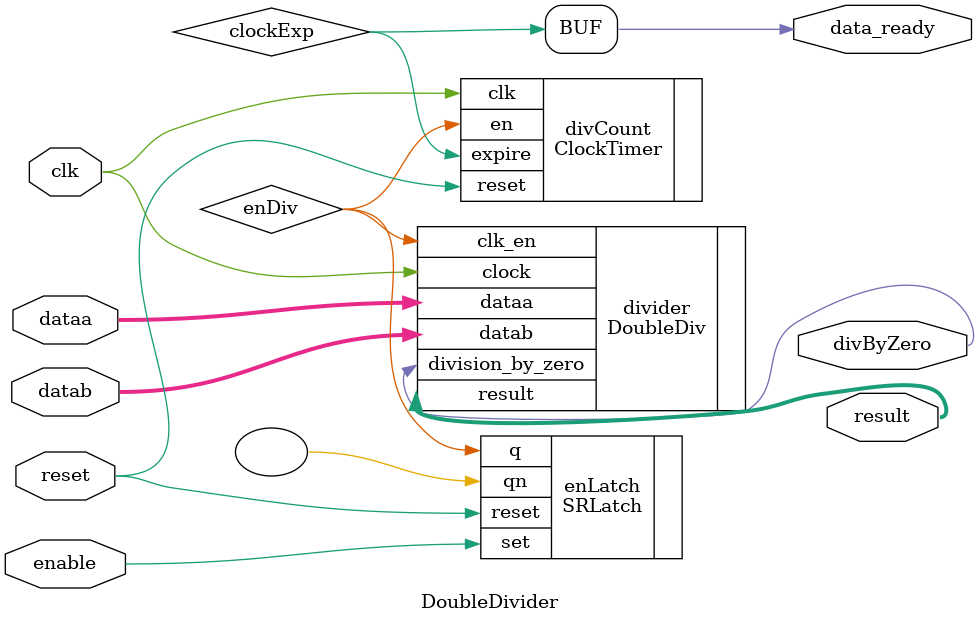
<source format=sv>
/***************************************************
*	File: 		DoubleDivider
*	Author: 		Thomas Snyder
*	Date:			2/5/2020
*	Description:Divider wrapper for altera IP that 
*					adds enable signals and data ready
*					signals to the IP.
*
*	Parameters:
*				None
*	Dependencies:
*				None
*
***************************************************/
module DoubleDivider(input logic [63:0] dataa,
							input logic [63:0] datab,
							input logic clk,
							input logic enable,
							input logic reset,
							output logic [63:0] result,
							output logic data_ready,
							output logic divByZero
							);
		/** For timing the division: takes 10 cycles **/
			logic enDiv, clockExp;			
				
		
			SRLatch enLatch(.set(enable),
								.reset(reset),
								.q(enDiv),
								.qn()
								);
								
			ClockTimer #(4, 10) divCount(.en(enDiv),
													.reset(reset),
													.expire(clockExp),
													.clk(clk));
			assign data_ready = clockExp;
			
			/******************************************/
			
			/* Actual Division */
			DoubleDiv divider(
										.dataa(dataa),
										.datab(datab),
										.clock(clk),
										.clk_en(enDiv),
										.result(result),
										.division_by_zero(divByZero)
										);
			

endmodule

</source>
